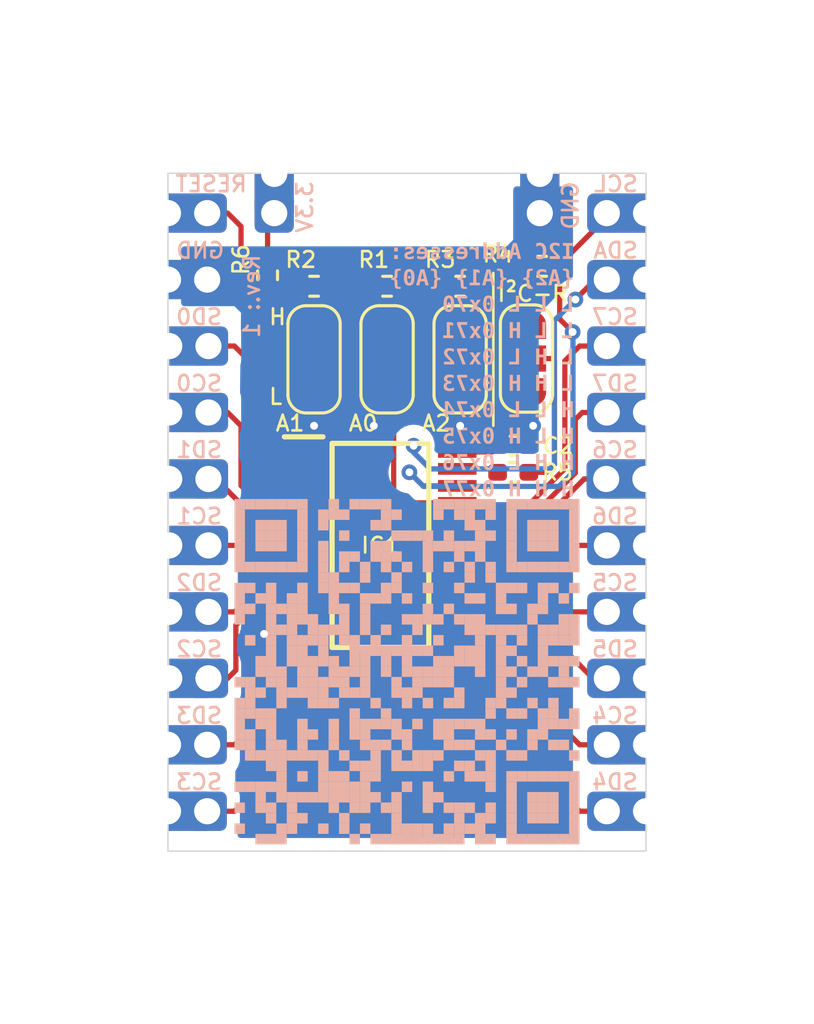
<source format=kicad_pcb>
(kicad_pcb (version 20240108) (generator "pcbnew") (generator_version "8.0")
  (title_block (title "Breakout Board: I²C Multiplexer based on TCA9548A") (date "2024-06-09") (rev "1") (company "Thomas Fanninger"))
  (layers (0 "F.Cu" signal) (31 "B.Cu" signal) (34 "B.Paste" user) (35 "F.Paste" user) (36 "B.SilkS" user "B.Silkscreen") (37 "F.SilkS" user "F.Silkscreen") (38 "B.Mask" user) (39 "F.Mask" user) (44 "Edge.Cuts" user))
  (net 0 "")
  (net 1 "/SC7")
  (net 2 "/SD6")
  (net 3 "/~{RESET}")
  (net 4 "/A1")
  (net 5 "/A0")
  (net 6 "/SD1")
  (net 7 "/SD5")
  (net 8 "/SC0")
  (net 9 "/SD4")
  (net 10 "/A2")
  (net 11 "/SD7")
  (net 12 "/SC2")
  (net 13 "/SC5")
  (net 14 "GNDD")
  (net 15 "/SD0")
  (net 16 "/SCL")
  (net 17 "/SD2")
  (net 18 "/SDA")
  (net 19 "/SC3")
  (net 20 "/SC4")
  (net 21 "/SD3")
  (net 22 "/SC6")
  (net 23 "/SC1")
  (net 24 "Net-(JP1-A)")
  (net 25 "Net-(JP2-B)")
  (net 26 "Net-(JP4-B)")
  (net 27 "+3.3V")
  (net 28 "Net-(JP3-B)")
  (net 29 "Net-(JP4-C)")
  (footprint "Castellated_Holes:Castellated_Hole02" (layer "F.Cu") (at 124.762 62.23)
    (property "Reference" "J6" (hide yes))
    (property "Value" "~" (hide yes))
    (pad "1" thru_hole rect (at 0 0) (size 1.5 1.5) (drill 1 (offset 0.75 0)) (property pad_prop_castellated) (layers "*.Cu" "*.Mask") (net 8 "/SC0"))
    (pad "1" thru_hole roundrect (at 1.5 0) (size 1.5 1.5) (drill 1) (property pad_prop_castellated) (layers "*.Cu" "*.Mask") (roundrect_rratio 0.1666666667) (net 8 "/SC0"))
  )
  (footprint "Resistor_SMD:R_0402_1005Metric_Pad0.72x0.64mm_HandSolder" (layer "F.Cu") (at 137.922 64.516)
    (property "Reference" "R5" (at 1.6885 0 0) (layer "F.SilkS") (effects (font (size 0.6 0.6) (thickness 0.1) (bold yes))))
    (property "Value" "10k" (hide yes))
    (pad "1" smd roundrect (at -0.5975 0) (size 0.715 0.64) (layers "F.Cu" "F.Paste" "F.Mask") (net 18 "/SDA"))
    (pad "2" smd roundrect (at 0.5975 0) (size 0.715 0.64) (layers "F.Cu" "F.Paste" "F.Mask") (net 29 "Net-(JP4-C)"))
  )
  (footprint "Castellated_Holes:Castellated_Hole02" (layer "F.Cu") (at 143.002 77.47 180)
    (property "Reference" "J19" (hide yes))
    (property "Value" "~" (hide yes))
    (pad "1" thru_hole rect (at 0 0 180) (size 1.5 1.5) (drill 1 (offset 0.75 0)) (property pad_prop_castellated) (layers "*.Cu" "*.Mask") (net 9 "/SD4"))
    (pad "1" thru_hole roundrect (at 1.5 0 180) (size 1.5 1.5) (drill 1) (property pad_prop_castellated) (layers "*.Cu" "*.Mask") (roundrect_rratio 0.1666666667) (net 9 "/SD4"))
  )
  (footprint "kikit:Tab" (layer "F.Cu") (at 141.732 52.812 -90)
    (property "Reference" "REF**" (hide yes))
    (property "Value" "Tab")
  )
  (footprint "Castellated_Holes:Castellated_Hole02" (layer "F.Cu") (at 138.938 53.11 -90)
    (property "Reference" "J2" (hide yes))
    (property "Value" "~" (hide yes))
    (pad "1" thru_hole rect (at 0 0 270) (size 1.5 1.5) (drill 1 (offset 0.75 0)) (property pad_prop_castellated) (layers "*.Cu" "*.Mask") (net 14 "GNDD"))
    (pad "1" thru_hole roundrect (at 1.5 0 270) (size 1.5 1.5) (drill 1) (property pad_prop_castellated) (layers "*.Cu" "*.Mask") (roundrect_rratio 0.1666666667) (net 14 "GNDD"))
  )
  (footprint "Castellated_Holes:Castellated_Hole02" (layer "F.Cu") (at 143.002 67.31 180)
    (property "Reference" "J15" (hide yes))
    (property "Value" "~" (hide yes))
    (pad "1" thru_hole rect (at 0 0 180) (size 1.5 1.5) (drill 1 (offset 0.75 0)) (property pad_prop_castellated) (layers "*.Cu" "*.Mask") (net 2 "/SD6"))
    (pad "1" thru_hole roundrect (at 1.5 0 180) (size 1.5 1.5) (drill 1) (property pad_prop_castellated) (layers "*.Cu" "*.Mask") (roundrect_rratio 0.1666666667) (net 2 "/SD6"))
  )
  (footprint "Castellated_Holes:Castellated_Hole02" (layer "F.Cu") (at 124.714 57.15)
    (property "Reference" "J26" (hide yes))
    (property "Value" "~" (hide yes))
    (pad "1" thru_hole rect (at 0 0) (size 1.5 1.5) (drill 1 (offset 0.75 0)) (property pad_prop_castellated) (layers "*.Cu" "*.Mask") (net 14 "GNDD"))
    (pad "1" thru_hole roundrect (at 1.5 0) (size 1.5 1.5) (drill 1) (property pad_prop_castellated) (layers "*.Cu" "*.Mask") (roundrect_rratio 0.1666666667) (net 14 "GNDD"))
  )
  (footprint "Castellated_Holes:Castellated_Hole02" (layer "F.Cu") (at 124.762 64.77)
    (property "Reference" "J7" (hide yes))
    (property "Value" "~" (hide yes))
    (pad "1" thru_hole rect (at 0 0) (size 1.5 1.5) (drill 1 (offset 0.75 0)) (property pad_prop_castellated) (layers "*.Cu" "*.Mask") (net 6 "/SD1"))
    (pad "1" thru_hole roundrect (at 1.5 0) (size 1.5 1.5) (drill 1) (property pad_prop_castellated) (layers "*.Cu" "*.Mask") (roundrect_rratio 0.1666666667) (net 6 "/SD1"))
  )
  (footprint "kikit:Tab" (layer "F.Cu") (at 125.984 79.268 90)
    (property "Reference" "REF**" (hide yes))
    (property "Value" "Tab")
  )
  (footprint "Castellated_Holes:Castellated_Hole02" (layer "F.Cu") (at 143.002 57.15 180)
    (property "Reference" "J3" (hide yes))
    (property "Value" "~" (hide yes))
    (pad "1" thru_hole rect (at 0 0 180) (size 1.5 1.5) (drill 1 (offset 0.75 0)) (property pad_prop_castellated) (layers "*.Cu" "*.Mask") (net 18 "/SDA"))
    (pad "1" thru_hole roundrect (at 1.5 0 180) (size 1.5 1.5) (drill 1) (property pad_prop_castellated) (layers "*.Cu" "*.Mask") (roundrect_rratio 0.1666666667) (net 18 "/SDA"))
  )
  (footprint "kikit:Tab" (layer "F.Cu") (at 125.984 52.812 -90)
    (property "Reference" "REF**" (hide yes))
    (property "Value" "Tab")
  )
  (footprint "Castellated_Holes:Castellated_Hole02" (layer "F.Cu") (at 124.762 59.69)
    (property "Reference" "J5" (hide yes))
    (property "Value" "~" (hide yes))
    (pad "1" thru_hole rect (at 0 0) (size 1.5 1.5) (drill 1 (offset 0.75 0)) (property pad_prop_castellated) (layers "*.Cu" "*.Mask") (net 15 "/SD0"))
    (pad "1" thru_hole roundrect (at 1.5 0) (size 1.5 1.5) (drill 1) (property pad_prop_castellated) (layers "*.Cu" "*.Mask") (roundrect_rratio 0.1666666667) (net 15 "/SD0"))
  )
  (footprint "Resistor_SMD:R_0402_1005Metric_Pad0.72x0.64mm_HandSolder" (layer "F.Cu") (at 133.096 57.404)
    (property "Reference" "R1" (at -0.508 -1.016 0) (layer "F.SilkS") (effects (font (size 0.6 0.6) (thickness 0.1) (bold yes))))
    (property "Value" "10k" (hide yes))
    (pad "1" smd roundrect (at -0.5975 0) (size 0.715 0.64) (layers "F.Cu" "F.Paste" "F.Mask") (net 24 "Net-(JP1-A)"))
    (pad "2" smd roundrect (at 0.5975 0) (size 0.715 0.64) (layers "F.Cu" "F.Paste" "F.Mask") (net 27 "+3.3V"))
  )
  (footprint "Castellated_Holes:Castellated_Hole02" (layer "F.Cu") (at 124.762 69.85)
    (property "Reference" "J9" (hide yes))
    (property "Value" "~" (hide yes))
    (pad "1" thru_hole rect (at 0 0) (size 1.5 1.5) (drill 1 (offset 0.75 0)) (property pad_prop_castellated) (layers "*.Cu" "*.Mask") (net 17 "/SD2"))
    (pad "1" thru_hole roundrect (at 1.5 0) (size 1.5 1.5) (drill 1) (property pad_prop_castellated) (layers "*.Cu" "*.Mask") (roundrect_rratio 0.1666666667) (net 17 "/SD2"))
  )
  (footprint "Castellated_Holes:Castellated_Hole02" (layer "F.Cu") (at 128.778 53.11 -90)
    (property "Reference" "J1" (hide yes))
    (property "Value" "~" (hide yes))
    (pad "1" thru_hole rect (at 0 0 270) (size 1.5 1.5) (drill 1 (offset 0.75 0)) (property pad_prop_castellated) (layers "*.Cu" "*.Mask") (net 27 "+3.3V"))
    (pad "1" thru_hole roundrect (at 1.5 0 270) (size 1.5 1.5) (drill 1) (property pad_prop_castellated) (layers "*.Cu" "*.Mask") (roundrect_rratio 0.1666666667) (net 27 "+3.3V"))
  )
  (footprint "Resistor_SMD:R_0402_1005Metric_Pad0.72x0.64mm_HandSolder" (layer "F.Cu") (at 135.89 57.404)
    (property "Reference" "R3" (at -0.762 -1.016 0) (layer "F.SilkS") (effects (font (size 0.6 0.6) (thickness 0.1) (bold yes))))
    (property "Value" "10k" (hide yes))
    (pad "1" smd roundrect (at -0.5975 0) (size 0.715 0.64) (layers "F.Cu" "F.Paste" "F.Mask") (net 28 "Net-(JP3-B)"))
    (pad "2" smd roundrect (at 0.5975 0) (size 0.715 0.64) (layers "F.Cu" "F.Paste" "F.Mask") (net 27 "+3.3V"))
  )
  (footprint "library:SOP65P640X120-24N" (layer "F.Cu") (at 132.842 67.31)
    (property "Reference" "IC1" (at 0 0 0) (layer "F.SilkS") (effects (font (size 0.6 0.6) (thickness 0.1) (bold yes))))
    (property "Value" "TCA9548APWR" (hide yes))
    (pad "1" smd rect (at -2.938 -3.575 90) (size 0.45 1.475) (layers "F.Cu" "F.Paste" "F.Mask") (net 5 "/A0"))
    (pad "2" smd rect (at -2.938 -2.925 90) (size 0.45 1.475) (layers "F.Cu" "F.Paste" "F.Mask") (net 4 "/A1"))
    (pad "3" smd rect (at -2.938 -2.275 90) (size 0.45 1.475) (layers "F.Cu" "F.Paste" "F.Mask") (net 3 "/~{RESET}"))
    (pad "4" smd rect (at -2.938 -1.625 90) (size 0.45 1.475) (layers "F.Cu" "F.Paste" "F.Mask") (net 15 "/SD0"))
    (pad "5" smd rect (at -2.938 -0.975 90) (size 0.45 1.475) (layers "F.Cu" "F.Paste" "F.Mask") (net 8 "/SC0"))
    (pad "6" smd rect (at -2.938 -0.325 90) (size 0.45 1.475) (layers "F.Cu" "F.Paste" "F.Mask") (net 6 "/SD1"))
    (pad "7" smd rect (at -2.938 0.325 90) (size 0.45 1.475) (layers "F.Cu" "F.Paste" "F.Mask") (net 23 "/SC1"))
    (pad "8" smd rect (at -2.938 0.975 90) (size 0.45 1.475) (layers "F.Cu" "F.Paste" "F.Mask") (net 17 "/SD2"))
    (pad "9" smd rect (at -2.938 1.625 90) (size 0.45 1.475) (layers "F.Cu" "F.Paste" "F.Mask") (net 12 "/SC2"))
    (pad "10" smd rect (at -2.938 2.275 90) (size 0.45 1.475) (layers "F.Cu" "F.Paste" "F.Mask") (net 21 "/SD3"))
    (pad "11" smd rect (at -2.938 2.925 90) (size 0.45 1.475) (layers "F.Cu" "F.Paste" "F.Mask") (net 19 "/SC3"))
    (pad "12" smd rect (at -2.938 3.575 90) (size 0.45 1.475) (layers "F.Cu" "F.Paste" "F.Mask") (net 14 "GNDD"))
    (pad "13" smd rect (at 2.938 3.575 90) (size 0.45 1.475) (layers "F.Cu" "F.Paste" "F.Mask") (net 9 "/SD4"))
    (pad "14" smd rect (at 2.938 2.925 90) (size 0.45 1.475) (layers "F.Cu" "F.Paste" "F.Mask") (net 20 "/SC4"))
    (pad "15" smd rect (at 2.938 2.275 90) (size 0.45 1.475) (layers "F.Cu" "F.Paste" "F.Mask") (net 7 "/SD5"))
    (pad "16" smd rect (at 2.938 1.625 90) (size 0.45 1.475) (layers "F.Cu" "F.Paste" "F.Mask") (net 13 "/SC5"))
    (pad "17" smd rect (at 2.938 0.975 90) (size 0.45 1.475) (layers "F.Cu" "F.Paste" "F.Mask") (net 2 "/SD6"))
    (pad "18" smd rect (at 2.938 0.325 90) (size 0.45 1.475) (layers "F.Cu" "F.Paste" "F.Mask") (net 22 "/SC6"))
    (pad "19" smd rect (at 2.938 -0.325 90) (size 0.45 1.475) (layers "F.Cu" "F.Paste" "F.Mask") (net 11 "/SD7"))
    (pad "20" smd rect (at 2.938 -0.975 90) (size 0.45 1.475) (layers "F.Cu" "F.Paste" "F.Mask") (net 1 "/SC7"))
    (pad "21" smd rect (at 2.938 -1.625 90) (size 0.45 1.475) (layers "F.Cu" "F.Paste" "F.Mask") (net 10 "/A2"))
    (pad "22" smd rect (at 2.938 -2.275 90) (size 0.45 1.475) (layers "F.Cu" "F.Paste" "F.Mask") (net 16 "/SCL"))
    (pad "23" smd rect (at 2.938 -2.925 90) (size 0.45 1.475) (layers "F.Cu" "F.Paste" "F.Mask") (net 18 "/SDA"))
    (pad "24" smd rect (at 2.938 -3.575 90) (size 0.45 1.475) (layers "F.Cu" "F.Paste" "F.Mask") (net 27 "+3.3V"))
  )
  (footprint "Capacitor_SMD:C_0402_1005Metric_Pad0.74x0.62mm_HandSolder" (layer "F.Cu") (at 137.922 63.5)
    (property "Reference" "C2" (at 1.7185 0 0) (layer "F.SilkS") (effects (font (size 0.6 0.6) (thickness 0.1) (bold yes))))
    (property "Value" "0.1uF" (hide yes))
    (pad "1" smd roundrect (at -0.5675 0) (size 0.735 0.62) (layers "F.Cu" "F.Paste" "F.Mask") (net 27 "+3.3V"))
    (pad "2" smd roundrect (at 0.5675 0) (size 0.735 0.62) (layers "F.Cu" "F.Paste" "F.Mask") (net 14 "GNDD"))
  )
  (footprint "Castellated_Holes:Castellated_Hole02" (layer "F.Cu") (at 124.714 54.61)
    (property "Reference" "J21" (hide yes))
    (property "Value" "~" (hide yes))
    (pad "1" thru_hole rect (at 0 0) (size 1.5 1.5) (drill 1 (offset 0.75 0)) (property pad_prop_castellated) (layers "*.Cu" "*.Mask") (net 3 "/~{RESET}"))
    (pad "1" thru_hole roundrect (at 1.5 0) (size 1.5 1.5) (drill 1) (property pad_prop_castellated) (layers "*.Cu" "*.Mask") (roundrect_rratio 0.1666666667) (net 3 "/~{RESET}"))
  )
  (footprint "Castellated_Holes:Castellated_Hole02" (layer "F.Cu") (at 124.714 74.93)
    (property "Reference" "J11" (hide yes))
    (property "Value" "~" (hide yes))
    (pad "1" thru_hole rect (at 0 0) (size 1.5 1.5) (drill 1 (offset 0.75 0)) (property pad_prop_castellated) (layers "*.Cu" "*.Mask") (net 21 "/SD3"))
    (pad "1" thru_hole roundrect (at 1.5 0) (size 1.5 1.5) (drill 1) (property pad_prop_castellated) (layers "*.Cu" "*.Mask") (roundrect_rratio 0.1666666667) (net 21 "/SD3"))
  )
  (footprint "Jumper:SolderJumper-3_P1.3mm_Open_RoundedPad1.0x1.5mm" (layer "F.Cu") (at 135.89 60.198 90)
    (property "Reference" "JP3" (hide yes))
    (property "Value" "SolderJumper_3_Open" (hide yes))
    (pad "1" smd custom (at -1.3 0 90) (size 1 0.5) (layers "F.Cu" "F.Mask") (net 14 "GNDD") (options (clearance outline) (anchor rect)) (primitives (gr_circle (center 0 0.25) (end 0.5 0.25) (width 0) (fill yes)) (gr_circle (center 0 -0.25) (end 0.5 -0.25) (width 0) (fill yes)) (gr_poly (pts (xy 0.55 0.75) (xy 0 0.75) (xy 0 -0.75) (xy 0.55 -0.75)) (width 0) (fill yes))))
    (pad "2" smd rect (at 0 0 90) (size 1 1.5) (layers "F.Cu" "F.Mask") (net 10 "/A2"))
    (pad "3" smd custom (at 1.3 0 90) (size 1 0.5) (layers "F.Cu" "F.Mask") (net 28 "Net-(JP3-B)") (options (clearance outline) (anchor rect)) (primitives (gr_circle (center 0 0.25) (end 0.5 0.25) (width 0) (fill yes)) (gr_circle (center 0 -0.25) (end 0.5 -0.25) (width 0) (fill yes)) (gr_poly (pts (xy 0 0.75) (xy -0.55 0.75) (xy -0.55 -0.75) (xy 0 -0.75)) (width 0) (fill yes))))
  )
  (footprint "Resistor_SMD:R_0402_1005Metric_Pad0.72x0.64mm_HandSolder" (layer "F.Cu") (at 130.302 57.404)
    (property "Reference" "R2" (at -0.508 -1.016 0) (layer "F.SilkS") (effects (font (size 0.6 0.6) (thickness 0.1) (bold yes))))
    (property "Value" "10k" (hide yes))
    (pad "1" smd roundrect (at -0.5975 0) (size 0.715 0.64) (layers "F.Cu" "F.Paste" "F.Mask") (net 25 "Net-(JP2-B)"))
    (pad "2" smd roundrect (at 0.5975 0) (size 0.715 0.64) (layers "F.Cu" "F.Paste" "F.Mask") (net 27 "+3.3V"))
  )
  (footprint "Castellated_Holes:Castellated_Hole02" (layer "F.Cu") (at 124.762 72.39)
    (property "Reference" "J10" (hide yes))
    (property "Value" "~" (hide yes))
    (pad "1" thru_hole rect (at 0 0) (size 1.5 1.5) (drill 1 (offset 0.75 0)) (property pad_prop_castellated) (layers "*.Cu" "*.Mask") (net 12 "/SC2"))
    (pad "1" thru_hole roundrect (at 1.5 0) (size 1.5 1.5) (drill 1) (property pad_prop_castellated) (layers "*.Cu" "*.Mask") (roundrect_rratio 0.1666666667) (net 12 "/SC2"))
  )
  (footprint "Castellated_Holes:Castellated_Hole02" (layer "F.Cu") (at 143.002 74.93 180)
    (property "Reference" "J20" (hide yes))
    (property "Value" "~" (hide yes))
    (pad "1" thru_hole rect (at 0 0 180) (size 1.5 1.5) (drill 1 (offset 0.75 0)) (property pad_prop_castellated) (layers "*.Cu" "*.Mask") (net 20 "/SC4"))
    (pad "1" thru_hole roundrect (at 1.5 0 180) (size 1.5 1.5) (drill 1) (property pad_prop_castellated) (layers "*.Cu" "*.Mask") (roundrect_rratio 0.1666666667) (net 20 "/SC4"))
  )
  (footprint "kikit:Tab" (layer "F.Cu") (at 141.732 79.268 90)
    (property "Reference" "REF**" (hide yes))
    (property "Value" "Tab")
  )
  (footprint "Castellated_Holes:Castellated_Hole02" (layer "F.Cu") (at 124.762 67.31)
    (property "Reference" "J8" (hide yes))
    (property "Value" "~" (hide yes))
    (pad "1" thru_hole rect (at 0 0) (size 1.5 1.5) (drill 1 (offset 0.75 0)) (property pad_prop_castellated) (layers "*.Cu" "*.Mask") (net 23 "/SC1"))
    (pad "1" thru_hole roundrect (at 1.5 0) (size 1.5 1.5) (drill 1) (property pad_prop_castellated) (layers "*.Cu" "*.Mask") (roundrect_rratio 0.1666666667) (net 23 "/SC1"))
  )
  (footprint "Castellated_Holes:Castellated_Hole02" (layer "F.Cu") (at 143.002 62.23 180)
    (property "Reference" "J17" (hide yes))
    (property "Value" "~" (hide yes))
    (pad "1" thru_hole rect (at 0 0 180) (size 1.5 1.5) (drill 1 (offset 0.75 0)) (property pad_prop_castellated) (layers "*.Cu" "*.Mask") (net 11 "/SD7"))
    (pad "1" thru_hole roundrect (at 1.5 0 180) (size 1.5 1.5) (drill 1) (property pad_prop_castellated) (layers "*.Cu" "*.Mask") (roundrect_rratio 0.1666666667) (net 11 "/SD7"))
  )
  (footprint "Castellated_Holes:Castellated_Hole02" (layer "F.Cu") (at 143.002 72.39 180)
    (property "Reference" "J13" (hide yes))
    (property "Value" "~" (hide yes))
    (pad "1" thru_hole rect (at 0 0 180) (size 1.5 1.5) (drill 1 (offset 0.75 0)) (property pad_prop_castellated) (layers "*.Cu" "*.Mask") (net 7 "/SD5"))
    (pad "1" thru_hole roundrect (at 1.5 0 180) (size 1.5 1.5) (drill 1) (property pad_prop_castellated) (layers "*.Cu" "*.Mask") (roundrect_rratio 0.1666666667) (net 7 "/SD5"))
  )
  (footprint "Resistor_SMD:R_0402_1005Metric_Pad0.72x0.64mm_HandSolder" (layer "F.Cu") (at 128.524 56.9855 90)
    (property "Reference" "R6" (at 0.5975 -1.016 -90) (layer "F.SilkS") (effects (font (size 0.6 0.6) (thickness 0.1) (bold yes))))
    (property "Value" "10k" (hide yes))
    (pad "1" smd roundrect (at -0.5975 0 90) (size 0.715 0.64) (layers "F.Cu" "F.Paste" "F.Mask") (net 3 "/~{RESET}"))
    (pad "2" smd roundrect (at 0.5975 0 90) (size 0.715 0.64) (layers "F.Cu" "F.Paste" "F.Mask") (net 27 "+3.3V"))
  )
  (footprint "Jumper:SolderJumper-3_P1.3mm_Open_RoundedPad1.0x1.5mm" (layer "F.Cu") (at 133.096 60.198 -90)
    (property "Reference" "JP1" (hide yes))
    (property "Value" "SolderJumper_3_Open" (hide yes))
    (pad "1" smd custom (at -1.3 0 270) (size 1 0.5) (layers "F.Cu" "F.Mask") (net 24 "Net-(JP1-A)") (options (clearance outline) (anchor rect)) (primitives (gr_circle (center 0 0.25) (end 0.5 0.25) (width 0) (fill yes)) (gr_circle (center 0 -0.25) (end 0.5 -0.25) (width 0) (fill yes)) (gr_poly (pts (xy 0.55 0.75) (xy 0 0.75) (xy 0 -0.75) (xy 0.55 -0.75)) (width 0) (fill yes))))
    (pad "2" smd rect (at 0 0 270) (size 1 1.5) (layers "F.Cu" "F.Mask") (net 5 "/A0"))
    (pad "3" smd custom (at 1.3 0 270) (size 1 0.5) (layers "F.Cu" "F.Mask") (net 14 "GNDD") (options (clearance outline) (anchor rect)) (primitives (gr_circle (center 0 0.25) (end 0.5 0.25) (width 0) (fill yes)) (gr_circle (center 0 -0.25) (end 0.5 -0.25) (width 0) (fill yes)) (gr_poly (pts (xy 0 0.75) (xy -0.55 0.75) (xy -0.55 -0.75) (xy 0 -0.75)) (width 0) (fill yes))))
  )
  (footprint "Castellated_Holes:Castellated_Hole02" (layer "F.Cu") (at 143.002 59.69 180)
    (property "Reference" "J18" (hide yes))
    (property "Value" "~" (hide yes))
    (pad "1" thru_hole rect (at 0 0 180) (size 1.5 1.5) (drill 1 (offset 0.75 0)) (property pad_prop_castellated) (layers "*.Cu" "*.Mask") (net 1 "/SC7"))
    (pad "1" thru_hole roundrect (at 1.5 0 180) (size 1.5 1.5) (drill 1) (property pad_prop_castellated) (layers "*.Cu" "*.Mask") (roundrect_rratio 0.1666666667) (net 1 "/SC7"))
  )
  (footprint "Jumper:SolderJumper-3_P1.3mm_Open_RoundedPad1.0x1.5mm" (layer "F.Cu") (at 138.43 60.168 90)
    (property "Reference" "JP4" (hide yes))
    (property "Value" "SolderJumper_3_Open" (hide yes))
    (pad "1" smd custom (at -1.3 0 90) (size 1 0.5) (layers "F.Cu" "F.Mask") (net 27 "+3.3V") (options (clearance outline) (anchor rect)) (primitives (gr_circle (center 0 0.25) (end 0.5 0.25) (width 0) (fill yes)) (gr_circle (center 0 -0.25) (end 0.5 -0.25) (width 0) (fill yes)) (gr_poly (pts (xy 0.55 0.75) (xy 0 0.75) (xy 0 -0.75) (xy 0.55 -0.75)) (width 0) (fill yes))))
    (pad "2" smd rect (at 0 0 90) (size 1 1.5) (layers "F.Cu" "F.Mask") (net 29 "Net-(JP4-C)"))
    (pad "3" smd custom (at 1.3 0 90) (size 1 0.5) (layers "F.Cu" "F.Mask") (net 26 "Net-(JP4-B)") (options (clearance outline) (anchor rect)) (primitives (gr_circle (center 0 0.25) (end 0.5 0.25) (width 0) (fill yes)) (gr_circle (center 0 -0.25) (end 0.5 -0.25) (width 0) (fill yes)) (gr_poly (pts (xy 0 0.75) (xy -0.55 0.75) (xy -0.55 -0.75) (xy 0 -0.75)) (width 0) (fill yes))))
  )
  (footprint "Jumper:SolderJumper-3_P1.3mm_Open_RoundedPad1.0x1.5mm" (layer "F.Cu") (at 130.302 60.198 90)
    (property "Reference" "JP2" (hide yes))
    (property "Value" "SolderJumper_3_Open" (hide yes))
    (pad "1" smd custom (at -1.3 0 90) (size 1 0.5) (layers "F.Cu" "F.Mask") (net 14 "GNDD") (options (clearance outline) (anchor rect)) (primitives (gr_circle (center 0 0.25) (end 0.5 0.25) (width 0) (fill yes)) (gr_circle (center 0 -0.25) (end 0.5 -0.25) (width 0) (fill yes)) (gr_poly (pts (xy 0.55 0.75) (xy 0 0.75) (xy 0 -0.75) (xy 0.55 -0.75)) (width 0) (fill yes))))
    (pad "2" smd rect (at 0 0 90) (size 1 1.5) (layers "F.Cu" "F.Mask") (net 4 "/A1"))
    (pad "3" smd custom (at 1.3 0 90) (size 1 0.5) (layers "F.Cu" "F.Mask") (net 25 "Net-(JP2-B)") (options (clearance outline) (anchor rect)) (primitives (gr_circle (center 0 0.25) (end 0.5 0.25) (width 0) (fill yes)) (gr_circle (center 0 -0.25) (end 0.5 -0.25) (width 0) (fill yes)) (gr_poly (pts (xy 0 0.75) (xy -0.55 0.75) (xy -0.55 -0.75) (xy 0 -0.75)) (width 0) (fill yes))))
  )
  (footprint "Castellated_Holes:Castellated_Hole02" (layer "F.Cu") (at 143.002 54.61 180)
    (property "Reference" "J4" (hide yes))
    (property "Value" "~" (hide yes))
    (pad "1" thru_hole rect (at 0 0 180) (size 1.5 1.5) (drill 1 (offset 0.75 0)) (property pad_prop_castellated) (layers "*.Cu" "*.Mask") (net 16 "/SCL"))
    (pad "1" thru_hole roundrect (at 1.5 0 180) (size 1.5 1.5) (drill 1) (property pad_prop_castellated) (layers "*.Cu" "*.Mask") (roundrect_rratio 0.1666666667) (net 16 "/SCL"))
  )
  (footprint "Castellated_Holes:Castellated_Hole02" (layer "F.Cu") (at 142.978 64.77 180)
    (property "Reference" "J16" (hide yes))
    (property "Value" "~" (hide yes))
    (pad "1" thru_hole rect (at 0 0 180) (size 1.5 1.5) (drill 1 (offset 0.75 0)) (property pad_prop_castellated) (layers "*.Cu" "*.Mask") (net 22 "/SC6"))
    (pad "1" thru_hole roundrect (at 1.5 0 180) (size 1.5 1.5) (drill 1) (property pad_prop_castellated) (layers "*.Cu" "*.Mask") (roundrect_rratio 0.1666666667) (net 22 "/SC6"))
  )
  (footprint "Resistor_SMD:R_0402_1005Metric_Pad0.72x0.64mm_HandSolder" (layer "F.Cu") (at 139.0275 56.642 180)
    (property "Reference" "R4" (at 1.6897 0.4572 180) (layer "F.SilkS") (effects (font (size 0.6 0.6) (thickness 0.1) (bold yes))))
    (property "Value" "10k" (hide yes))
    (pad "1" smd roundrect (at -0.5975 0 180) (size 0.715 0.64) (layers "F.Cu" "F.Paste" "F.Mask") (net 16 "/SCL"))
    (pad "2" smd roundrect (at 0.5975 0 180) (size 0.715 0.64) (layers "F.Cu" "F.Paste" "F.Mask") (net 26 "Net-(JP4-B)"))
  )
  (footprint "Castellated_Holes:Castellated_Hole02" (layer "F.Cu") (at 143.002 69.85 180)
    (property "Reference" "J14" (hide yes))
    (property "Value" "~" (hide yes))
    (pad "1" thru_hole rect (at 0 0 180) (size 1.5 1.5) (drill 1 (offset 0.75 0)) (property pad_prop_castellated) (layers "*.Cu" "*.Mask") (net 13 "/SC5"))
    (pad "1" thru_hole roundrect (at 1.5 0 180) (size 1.5 1.5) (drill 1) (property pad_prop_castellated) (layers "*.Cu" "*.Mask") (roundrect_rratio 0.1666666667) (net 13 "/SC5"))
  )
  (footprint "Castellated_Holes:Castellated_Hole02" (layer "F.Cu") (at 124.714 77.47)
    (property "Reference" "J12" (hide yes))
    (property "Value" "~" (hide yes))
    (pad "1" thru_hole rect (at 0 0) (size 1.5 1.5) (drill 1 (offset 0.75 0)) (property pad_prop_castellated) (layers "*.Cu" "*.Mask") (net 19 "/SC3"))
    (pad "1" thru_hole roundrect (at 1.5 0) (size 1.5 1.5) (drill 1) (property pad_prop_castellated) (layers "*.Cu" "*.Mask") (roundrect_rratio 0.1666666667) (net 19 "/SC3"))
  )
  (footprint "https://github.com/fanningert/kicad_pcb_i2cmultiplexer" (layer "B.Cu") (at 133.858 72.136 180)
    (property "Reference" "QR*****" (hide yes))
    (property "Value" "https://github.com/fanningert/kicad_pcb_i2cmultiplexer" (hide yes))
  )
  (gr_line (start 137.16 56.896) (end 137.16 62.738) (stroke (width 0.1)) (layer "F.SilkS"))
  (gr_line (start 143.002 78.994) (end 124.714 78.994) (stroke (width 0.05)) (layer "Edge.Cuts"))
  (gr_line (start 124.714 78.994) (end 124.714 53.086) (stroke (width 0.05)) (layer "Edge.Cuts"))
  (gr_line (start 143.002 53.086) (end 143.002 78.994) (stroke (width 0.05)) (layer "Edge.Cuts"))
  (gr_line (start 124.714 53.086) (end 143.002 53.086) (stroke (width 0.05)) (layer "Edge.Cuts"))
  (gr_text "SD2" (at 124.968 69.088 0) (layer "B.SilkS") (effects (font (size 0.6 0.6) (thickness 0.1) (bold yes)) (justify right bottom mirror)))
  (gr_text "SC0" (at 124.968 61.468 0) (layer "B.SilkS") (effects (font (size 0.6 0.6) (thickness 0.1) (bold yes)) (justify right bottom mirror)))
  (gr_text "3.3V" (at 130.302 53.34 90) (layer "B.SilkS") (effects (font (size 0.6 0.6) (thickness 0.1) (bold yes)) (justify left bottom mirror)))
  (gr_text "SC2" (at 124.968 71.628 0) (layer "B.SilkS") (effects (font (size 0.6 0.6) (thickness 0.1) (bold yes)) (justify right bottom mirror)))
  (gr_text "SC1" (at 124.968 66.548 0) (layer "B.SilkS") (effects (font (size 0.6 0.6) (thickness 0.1) (bold yes)) (justify right bottom mirror)))
  (gr_text "GND" (at 140.462 53.34 90) (layer "B.SilkS") (effects (font (size 0.6 0.6) (thickness 0.1) (bold yes)) (justify left bottom mirror)))
  (gr_text "SC3" (at 124.968 76.708 0) (layer "B.SilkS") (effects (font (size 0.6 0.6) (thickness 0.1) (bold yes)) (justify right bottom mirror)))
  (gr_text "SD5" (at 142.748 71.628 0) (layer "B.SilkS") (effects (font (size 0.6 0.6) (thickness 0.1) (bold yes)) (justify left bottom mirror)))
  (gr_text "SD3" (at 124.968 74.168 0) (layer "B.SilkS") (effects (font (size 0.6 0.6) (thickness 0.1) (bold yes)) (justify right bottom mirror)))
  (gr_text "SD1" (at 124.968 64.008 0) (layer "B.SilkS") (effects (font (size 0.6 0.6) (thickness 0.1) (bold yes)) (justify right bottom mirror)))
  (gr_text "RESET" (at 124.944 53.848 0) (layer "B.SilkS") (effects (font (size 0.6 0.6) (thickness 0.1) (bold yes)) (justify right bottom mirror)))
  (gr_text "SD0" (at 124.968 58.928 0) (layer "B.SilkS") (effects (font (size 0.6 0.6) (thickness 0.1) (bold yes)) (justify right bottom mirror)))
  (gr_text "SD6" (at 142.748 66.548 0) (layer "B.SilkS") (effects (font (size 0.6 0.6) (thickness 0.1) (bold yes)) (justify left bottom mirror)))
  (gr_text "Rev.: ${REVISION}" (at 128.27 56.134 90) (layer "B.SilkS") (effects (font (size 0.6 0.6) (thickness 0.1) (bold yes)) (justify left bottom mirror)))
  (gr_text "SC6" (at 142.748 64.008 0) (layer "B.SilkS") (effects (font (size 0.6 0.6) (thickness 0.1) (bold yes)) (justify left bottom mirror)))
  (gr_text "SD4" (at 142.748 76.708 0) (layer "B.SilkS") (effects (font (size 0.6 0.6) (thickness 0.1) (bold yes)) (justify left bottom mirror)))
  (gr_text "SDA" (at 142.748 56.388 0) (layer "B.SilkS") (effects (font (size 0.6 0.6) (thickness 0.1) (bold yes)) (justify left bottom mirror)))
  (gr_text "I2C Addresses: \n{A2} {A1} {A0}\nL L L 0x70\nL L H 0x71\nL H L 0x72\nL H H 0x73\nH L L 0x74\nH L H 0x75\nH H L 0x76\nH H H 0x77" (at 140.258 65.536 0) (layer "B.SilkS") (effects (font (size 0.6 0.6) (thickness 0.1) (bold yes)) (justify left bottom mirror)))
  (gr_text "SC7" (at 142.748 58.928 0) (layer "B.SilkS") (effects (font (size 0.6 0.6) (thickness 0.1) (bold yes)) (justify left bottom mirror)))
  (gr_text "SD7" (at 142.748 61.468 0) (layer "B.SilkS") (effects (font (size 0.6 0.6) (thickness 0.1) (bold yes)) (justify left bottom mirror)))
  (gr_text "SCL" (at 142.748 53.848 0) (layer "B.SilkS") (effects (font (size 0.6 0.6) (thickness 0.1) (bold yes)) (justify left bottom mirror)))
  (gr_text "SC5" (at 142.748 69.088 0) (layer "B.SilkS") (effects (font (size 0.6 0.6) (thickness 0.1) (bold yes)) (justify left bottom mirror)))
  (gr_text "GND" (at 124.968 56.388 0) (layer "B.SilkS") (effects (font (size 0.6 0.6) (thickness 0.1) (bold yes)) (justify right bottom mirror)))
  (gr_text "SC4" (at 142.748 74.168 0) (layer "B.SilkS") (effects (font (size 0.6 0.6) (thickness 0.1) (bold yes)) (justify left bottom mirror)))
  (gr_text "A1" (at 128.778 62.992 0) (layer "F.SilkS") (effects (font (size 0.6 0.6) (thickness 0.1) (bold yes)) (justify left bottom)))
  (gr_text "H" (at 128.524 58.928 0) (layer "F.SilkS") (effects (font (size 0.6 0.6) (thickness 0.1) (bold yes)) (justify left bottom)))
  (gr_text "L" (at 128.524 61.976 0) (layer "F.SilkS") (effects (font (size 0.6 0.6) (thickness 0.1) (bold yes)) (justify left bottom)))
  (gr_text "A0" (at 131.572 62.992 0) (layer "F.SilkS") (effects (font (size 0.6 0.6) (thickness 0.1) (bold yes)) (justify left bottom)))
  (gr_text "A2" (at 134.366 62.992 0) (layer "F.SilkS") (effects (font (size 0.6 0.6) (thickness 0.1) (bold yes)) (justify left bottom)))
  (gr_text "I²C-R" (at 137.2616 58.039 0) (layer "F.SilkS") (effects (font (size 0.6 0.6) (thickness 0.1) (bold yes)) (justify left bottom)))
  (segment (start 139.8968 60.2552) (end 140.462 59.69) (width 0.2) (layer "F.Cu") (net 1))
  (segment (start 140.462 59.69) (end 141.502 59.69) (width 0.2) (layer "F.Cu") (net 1))
  (segment (start 139.8968 64.376886) (end 139.8968 60.2552) (width 0.2) (layer "F.Cu") (net 1))
  (segment (start 137.938686 66.335) (end 139.8968 64.376886) (width 0.2) (layer "F.Cu") (net 1))
  (segment (start 135.78 66.335) (end 137.938686 66.335) (width 0.2) (layer "F.Cu") (net 1))
  (segment (start 137.685744 68.285) (end 138.660744 67.31) (width 0.2) (layer "F.Cu") (net 2))
  (segment (start 138.660744 67.31) (end 141.502 67.31) (width 0.2) (layer "F.Cu") (net 2))
  (segment (start 135.78 68.285) (end 137.685744 68.285) (width 0.2) (layer "F.Cu") (net 2))
  (segment (start 129.904 65.035) (end 128.846686 65.035) (width 0.2) (layer "F.Cu") (net 3))
  (segment (start 128.308 57.799) (end 128.524 57.583) (width 0.2) (layer "F.Cu") (net 3))
  (segment (start 127.508 57.15) (end 127.508 55.118) (width 0.2) (layer "F.Cu") (net 3))
  (segment (start 127.941 57.583) (end 127.508 57.15) (width 0.2) (layer "F.Cu") (net 3))
  (segment (start 127 54.61) (end 126.214 54.61) (width 0.2) (layer "F.Cu") (net 3))
  (segment (start 128.308 64.496314) (end 128.308 57.799) (width 0.2) (layer "F.Cu") (net 3))
  (segment (start 128.524 57.583) (end 127.941 57.583) (width 0.2) (layer "F.Cu") (net 3))
  (segment (start 128.846686 65.035) (end 128.308 64.496314) (width 0.2) (layer "F.Cu") (net 3))
  (segment (start 127.508 55.118) (end 127 54.61) (width 0.2) (layer "F.Cu") (net 3))
  (segment (start 128.778 64.21675) (end 128.778 60.706) (width 0.2) (layer "F.Cu") (net 4))
  (segment (start 129.286 60.198) (end 130.302 60.198) (width 0.2) (layer "F.Cu") (net 4))
  (segment (start 128.778 60.706) (end 129.286 60.198) (width 0.2) (layer "F.Cu") (net 4))
  (segment (start 129.904 64.385) (end 128.94625 64.385) (width 0.2) (layer "F.Cu") (net 4))
  (segment (start 130.302 60.198) (end 129.352 60.198) (width 0.2) (layer "F.Cu") (net 4))
  (segment (start 128.94625 64.385) (end 128.778 64.21675) (width 0.2) (layer "F.Cu") (net 4))
  (segment (start 129.904 63.735) (end 131.337 63.735) (width 0.2) (layer "F.Cu") (net 5))
  (segment (start 132.146 60.198) (end 133.096 60.198) (width 0.2) (layer "F.Cu") (net 5))
  (segment (start 131.826 63.246) (end 131.826 60.518) (width 0.2) (layer "F.Cu") (net 5))
  (segment (start 131.826 60.518) (end 132.146 60.198) (width 0.2) (layer "F.Cu") (net 5))
  (segment (start 131.337 63.735) (end 131.826 63.246) (width 0.2) (layer "F.Cu") (net 5))
  (segment (start 128.764686 66.985) (end 126.549686 64.77) (width 0.2) (layer "F.Cu") (net 6))
  (segment (start 126.549686 64.77) (end 126.262 64.77) (width 0.2) (layer "F.Cu") (net 6))
  (segment (start 129.904 66.985) (end 128.764686 66.985) (width 0.2) (layer "F.Cu") (net 6))
  (segment (start 138.165 69.585) (end 140.97 72.39) (width 0.2) (layer "F.Cu") (net 7))
  (segment (start 140.97 72.39) (end 141.502 72.39) (width 0.2) (layer "F.Cu") (net 7))
  (segment (start 135.78 69.585) (end 138.165 69.585) (width 0.2) (layer "F.Cu") (net 7))
  (segment (start 127.508 62.738) (end 127 62.23) (width 0.2) (layer "F.Cu") (net 8))
  (segment (start 128.819 66.335) (end 127.508 65.024) (width 0.2) (layer "F.Cu") (net 8))
  (segment (start 129.904 66.335) (end 128.819 66.335) (width 0.2) (layer "F.Cu") (net 8))
  (segment (start 127 62.23) (end 126.262 62.23) (width 0.2) (layer "F.Cu") (net 8))
  (segment (start 127.508 65.024) (end 127.508 62.738) (width 0.2) (layer "F.Cu") (net 8))
  (segment (start 141.502 77.47) (end 140.462 77.47) (width 0.2) (layer "F.Cu") (net 9))
  (segment (start 140.462 77.47) (end 135.78 72.788) (width 0.2) (layer "F.Cu") (net 9))
  (segment (start 135.78 72.788) (end 135.78 70.885) (width 0.2) (layer "F.Cu") (net 9))
  (segment (start 134.874 60.198) (end 135.89 60.198) (width 0.2) (layer "F.Cu") (net 10))
  (segment (start 135.78 65.685) (end 133.757 65.685) (width 0.2) (layer "F.Cu") (net 10))
  (segment (start 134.151 60.921) (end 134.874 60.198) (width 0.2) (layer "F.Cu") (net 10))
  (segment (start 133.35 62.637877) (end 134.151 61.836877) (width 0.2) (layer "F.Cu") (net 10))
  (segment (start 133.35 65.278) (end 133.35 62.637877) (width 0.2) (layer "F.Cu") (net 10))
  (segment (start 133.757 65.685) (end 133.35 65.278) (width 0.2) (layer "F.Cu") (net 10))
  (segment (start 134.151 61.836877) (end 134.151 60.921) (width 0.2) (layer "F.Cu") (net 10))
  (segment (start 135.89 60.198) (end 134.94 60.198) (width 0.2) (layer "F.Cu") (net 10))
  (segment (start 140.2968 62.4968) (end 140.5636 62.23) (width 0.2) (layer "F.Cu") (net 11))
  (segment (start 140.2968 64.542572) (end 140.2968 62.4968) (width 0.2) (layer "F.Cu") (net 11))
  (segment (start 140.5636 62.23) (end 141.502 62.23) (width 0.2) (layer "F.Cu") (net 11))
  (segment (start 136.034 66.985) (end 137.854372 66.985) (width 0.2) (layer "F.Cu") (net 11))
  (segment (start 137.854372 66.985) (end 140.2968 64.542572) (width 0.2) (layer "F.Cu") (net 11))
  (segment (start 127.312 72.078) (end 127 72.39) (width 0.2) (layer "F.Cu") (net 12))
  (segment (start 128.734686 68.935) (end 127.312 70.357686) (width 0.2) (layer "F.Cu") (net 12))
  (segment (start 127.312 70.357686) (end 127.312 72.078) (width 0.2) (layer "F.Cu") (net 12))
  (segment (start 127 72.39) (end 126.262 72.39) (width 0.2) (layer "F.Cu") (net 12))
  (segment (start 129.904 68.935) (end 128.734686 68.935) (width 0.2) (layer "F.Cu") (net 12))
  (segment (start 138.080686 68.935) (end 138.995686 69.85) (width 0.2) (layer "F.Cu") (net 13))
  (segment (start 135.78 68.935) (end 138.080686 68.935) (width 0.2) (layer "F.Cu") (net 13))
  (segment (start 138.995686 69.85) (end 141.502 69.85) (width 0.2) (layer "F.Cu") (net 13))
  (segment (start 130.302 61.498) (end 130.302 62.738) (width 0.2) (layer "F.Cu") (net 14))
  (segment (start 128.580049 70.885) (end 129.904 70.885) (width 0.2) (layer "F.Cu") (net 14))
  (segment (start 133.096 61.498) (end 133.096 62.23) (width 0.2) (layer "F.Cu") (net 14))
  (segment (start 128.389475 70.694426) (end 128.580049 70.885) (width 0.2) (layer "F.Cu") (net 14))
  (segment (start 133.096 62.23) (end 132.588 62.738) (width 0.2) (layer "F.Cu") (net 14))
  (segment (start 135.89 62.738) (end 135.89 61.498) (width 0.2) (layer "F.Cu") (net 14))
  (segment (start 138.684 63.3055) (end 138.4895 63.5) (width 0.2) (layer "F.Cu") (net 14))
  (segment (start 138.684 62.738) (end 138.684 63.3055) (width 0.2) (layer "F.Cu") (net 14))
  (via (at 132.588 62.738) (size 0.6) (drill 0.3) (layers "F.Cu" "B.Cu") (net 14))
  (via (at 135.89 62.738) (size 0.6) (drill 0.3) (layers "F.Cu" "B.Cu") (net 14))
  (via (at 138.684 62.738) (size 0.6) (drill 0.3) (layers "F.Cu" "B.Cu") (net 14))
  (via (at 130.302 62.738) (size 0.6) (drill 0.3) (layers "F.Cu" "B.Cu") (net 14))
  (via (at 128.389475 70.694426) (size 0.6) (drill 0.3) (layers "F.Cu" "B.Cu") (net 14))
  (segment (start 127.254 59.69) (end 127.908 60.344) (width 0.2) (layer "F.Cu") (net 15))
  (segment (start 126.262 59.69) (end 127.254 59.69) (width 0.2) (layer "F.Cu") (net 15))
  (segment (start 128.931 65.685) (end 129.904 65.685) (width 0.2) (layer "F.Cu") (net 15))
  (segment (start 127.908 64.662) (end 128.931 65.685) (width 0.2) (layer "F.Cu") (net 15))
  (segment (start 127.908 60.344) (end 127.908 64.662) (width 0.2) (layer "F.Cu") (net 15))
  (segment (start 141.502 54.765) (end 141.502 54.61) (width 0.2) (layer "F.Cu") (net 16))
  (segment (start 134.469 65.035) (end 135.78 65.035) (width 0.2) (layer "F.Cu") (net 16))
  (segment (start 140.193672 59.153343) (end 139.7 58.659671) (width 0.2) (layer "F.Cu") (net 16))
  (segment (start 139.7 56.717) (end 139.625 56.642) (width 0.2) (layer "F.Cu") (net 16))
  (segment (start 139.7 58.659671) (end 139.7 56.717) (width 0.2) (layer "F.Cu") (net 16))
  (segment (start 139.625 56.642) (end 141.502 54.765) (width 0.2) (layer "F.Cu") (net 16))
  (segment (start 133.95 64.516) (end 134.469 65.035) (width 0.2) (layer "F.Cu") (net 16))
  (via (at 133.95 64.516) (size 0.6) (drill 0.3) (layers "F.Cu" "B.Cu") (net 16))
  (via (at 140.193672 59.153343) (size 0.6) (drill 0.3) (layers "F.Cu" "B.Cu") (net 16))
  (segment (start 140.193672 59.153343) (end 140.208 59.167671) (width 0.2) (layer "B.Cu") (net 16))
  (segment (start 139.668555 65.055445) (end 134.489445 65.055445) (width 0.2) (layer "B.Cu") (net 16))
  (segment (start 134.489445 65.055445) (end 133.95 64.516) (width 0.2) (layer "B.Cu") (net 16))
  (segment (start 140.208 64.516) (end 139.668555 65.055445) (width 0.2) (layer "B.Cu") (net 16))
  (segment (start 140.208 59.167671) (end 140.208 64.516) (width 0.2) (layer "B.Cu") (net 16))
  (segment (start 129.904 68.285) (end 128.819 68.285) (width 0.2) (layer "F.Cu") (net 17))
  (segment (start 127.254 69.85) (end 126.262 69.85) (width 0.2) (layer "F.Cu") (net 17))
  (segment (start 128.819 68.285) (end 127.254 69.85) (width 0.2) (layer "F.Cu") (net 17))
  (segment (start 134.112 63.5) (end 134.112 63.754) (width 0.2) (layer "F.Cu") (net 18))
  (segment (start 137.1935 64.385) (end 137.3245 64.516) (width 0.2) (layer "F.Cu") (net 18))
  (segment (start 134.112 63.754) (end 134.743 64.385) (width 0.2) (layer "F.Cu") (net 18))
  (segment (start 134.743 64.385) (end 135.78 64.385) (width 0.2) (layer "F.Cu") (net 18))
  (segment (start 141.062 57.15) (end 141.502 57.15) (width 0.2) (layer "F.Cu") (net 18))
  (segment (start 140.3 57.912) (end 141.062 57.15) (width 0.2) (layer "F.Cu") (net 18))
  (segment (start 135.78 64.385) (end 137.1935 64.385) (width 0.2) (layer "F.Cu") (net 18))
  (via (at 134.112 63.5) (size 0.6) (drill 0.3) (layers "F.Cu" "B.Cu") (net 18))
  (via (at 140.3 57.912) (size 0.6) (drill 0.3) (layers "F.Cu" "B.Cu") (net 18))
  (segment (start 139.323 64.385) (end 134.743 64.385) (width 0.2) (layer "B.Cu") (net 18))
  (segment (start 139.4968 64.2112) (end 139.323 64.385) (width 0.2) (layer "B.Cu") (net 18))
  (segment (start 134.112 63.754) (end 134.112 63.5) (width 0.2) (layer "B.Cu") (net 18))
  (segment (start 140.3 57.912) (end 139.4968 58.7152) (width 0.2) (layer "B.Cu") (net 18))
  (segment (start 134.743 64.385) (end 134.112 63.754) (width 0.2) (layer "B.Cu") (net 18))
  (segment (start 139.4968 58.7152) (end 139.4968 64.2112) (width 0.2) (layer "B.Cu") (net 18))
  (segment (start 130.9415 73.7825) (end 127.254 77.47) (width 0.2) (layer "F.Cu") (net 19))
  (segment (start 130.9415 70.36) (end 130.9415 73.7825) (width 0.2) (layer "F.Cu") (net 19))
  (segment (start 129.904 70.235) (end 130.8165 70.235) (width 0.2) (layer "F.Cu") (net 19))
  (segment (start 130.8165 70.235) (end 130.9415 70.36) (width 0.2) (layer "F.Cu") (net 19))
  (segment (start 127.254 77.47) (end 126.214 77.47) (width 0.2) (layer "F.Cu") (net 19))
  (segment (start 141.502 74.93) (end 140.462 74.93) (width 0.2) (layer "F.Cu") (net 20))
  (segment (start 136.9465 70.235) (end 135.78 70.235) (width 0.2) (layer "F.Cu") (net 20))
  (segment (start 137.16 70.4485) (end 136.9465 70.235) (width 0.2) (layer "F.Cu") (net 20))
  (segment (start 140.462 74.93) (end 137.16 71.628) (width 0.2) (layer "F.Cu") (net 20))
  (segment (start 137.16 71.628) (end 137.16 70.4485) (width 0.2) (layer "F.Cu") (net 20))
  (segment (start 129.904 69.585) (end 128.650372 69.585) (width 0.2) (layer "F.Cu") (net 21))
  (segment (start 128.650372 69.585) (end 127.762 70.473372) (width 0.2) (layer "F.Cu") (net 21))
  (segment (start 127.762 70.473372) (end 127.762 74.422) (width 0.2) (layer "F.Cu") (net 21))
  (segment (start 127.762 74.422) (end 127.254 74.93) (width 0.2) (layer "F.Cu") (net 21))
  (segment (start 127.254 74.93) (end 126.214 74.93) (width 0.2) (layer "F.Cu") (net 21))
  (segment (start 137.770058 67.635) (end 140.635058 64.77) (width 0.2) (layer "F.Cu") (net 22))
  (segment (start 135.78 67.635) (end 137.770058 67.635) (width 0.2) (layer "F.Cu") (net 22))
  (segment (start 140.635058 64.77) (end 141.478 64.77) (width 0.2) (layer "F.Cu") (net 22))
  (segment (start 129.904 67.635) (end 128.849 67.635) (width 0.2) (layer "F.Cu") (net 23))
  (segment (start 128.524 67.31) (end 126.262 67.31) (width 0.2) (layer "F.Cu") (net 23))
  (segment (start 125.375 66.903) (end 124.968 67.31) (width 0.2) (layer "F.Cu") (net 23))
  (segment (start 128.849 67.635) (end 128.524 67.31) (width 0.2) (layer "F.Cu") (net 23))
  (segment (start 132.4985 58.3005) (end 133.096 58.898) (width 0.2) (layer "F.Cu") (net 24))
  (segment (start 132.4985 57.404) (end 132.4985 58.3005) (width 0.2) (layer "F.Cu") (net 24))
  (segment (start 129.7045 58.3005) (end 130.302 58.898) (width 0.2) (layer "F.Cu") (net 25))
  (segment (start 129.7045 57.404) (end 129.7045 58.3005) (width 0.2) (layer "F.Cu") (net 25))
  (segment (start 138.43 56.642) (end 138.43 58.868) (width 0.2) (layer "F.Cu") (net 26))
  (segment (start 136.4875 56.4013) (end 136.4875 57.404) (width 0.2) (layer "F.Cu") (net 27))
  (segment (start 130.8862 56.388) (end 130.8862 57.3907) (width 0.2) (layer "F.Cu") (net 27))
  (segment (start 133.6935 56.4001) (end 133.6935 57.404) (width 0.2) (layer "F.Cu") (net 27))
  (segment (start 135.78 63.735) (end 137.1195 63.735) (width 0.2) (layer "F.Cu") (net 27))
  (segment (start 137.16 61.722) (end 137.414 61.468) (width 0.2) (layer "F.Cu") (net 27))
  (segment (start 137.414 61.468) (end 138.43 61.468) (width 0.2) (layer "F.Cu") (net 27))
  (segment (start 137.1195 63.735) (end 137.3545 63.5) (width 0.2) (layer "F.Cu") (net 27))
  (segment (start 128.524 56.388) (end 128.524 54.864) (width 0.2) (layer "F.Cu") (net 27))
  (segment (start 133.7056 56.388) (end 136.4742 56.388) (width 0.2) (layer "F.Cu") (net 27))
  (segment (start 137.16 62.23) (end 137.16 61.722) (width 0.2) (layer "F.Cu") (net 27))
  (segment (start 130.8862 57.3907) (end 130.8995 57.404) (width 0.2) (layer "F.Cu") (net 27))
  (segment (start 136.4742 56.388) (end 136.4875 56.4013) (width 0.2) (layer "F.Cu") (net 27))
  (segment (start 133.7056 56.388) (end 133.6935 56.4001) (width 0.2) (layer "F.Cu") (net 27))
  (segment (start 137.16 57.0738) (end 136.4742 56.388) (width 0.2) (layer "F.Cu") (net 27))
  (segment (start 137.16 62.23) (end 137.16 57.0738) (width 0.2) (layer "F.Cu") (net 27))
  (segment (start 137.16 63.3055) (end 137.3545 63.5) (width 0.2) (layer "F.Cu") (net 27))
  (segment (start 128.524 54.864) (end 128.778 54.61) (width 0.2) (layer "F.Cu") (net 27))
  (segment (start 137.16 62.23) (end 137.16 63.3055) (width 0.2) (layer "F.Cu") (net 27))
  (segment (start 133.7056 56.388) (end 130.8862 56.388) (width 0.2) (layer "F.Cu") (net 27))
  (segment (start 130.8862 56.388) (end 128.524 56.388) (width 0.2) (layer "F.Cu") (net 27))
  (segment (start 135.2925 58.3005) (end 135.89 58.898) (width 0.2) (layer "F.Cu") (net 28))
  (segment (start 135.2925 57.404) (end 135.2925 58.3005) (width 0.2) (layer "F.Cu") (net 28))
  (segment (start 138.5195 64.516) (end 139.192 64.516) (width 0.2) (layer "F.Cu") (net 29))
  (segment (start 139.416 60.168) (end 138.43 60.168) (width 0.2) (layer "F.Cu") (net 29))
  (segment (start 139.4968 60.2488) (end 139.416 60.168) (width 0.2) (layer "F.Cu") (net 29))
  (segment (start 139.192 64.516) (end 139.4968 64.2112) (width 0.2) (layer "F.Cu") (net 29))
  (segment (start 139.4968 64.2112) (end 139.4968 60.2488) (width 0.2) (layer "F.Cu") (net 29))
  (zone (net 14) (net_name "GNDD") (layer "B.Cu") (connect_pads yes (clearance 0.5)) (min_thickness 0.25) (fill yes (thermal_gap 0.5) (thermal_bridge_width 0.5))
    (polygon (pts (xy 140.208 53.086) (xy 137.922 53.086) (xy 137.922 55.626) (xy 137.668 55.88) (xy 124.714 55.88) (xy 124.714 58.166) (xy 127.254 58.166) (xy 127.508 58.42) (xy 127.254 78.994) (xy 140.208 78.994)))
  )
)
</source>
